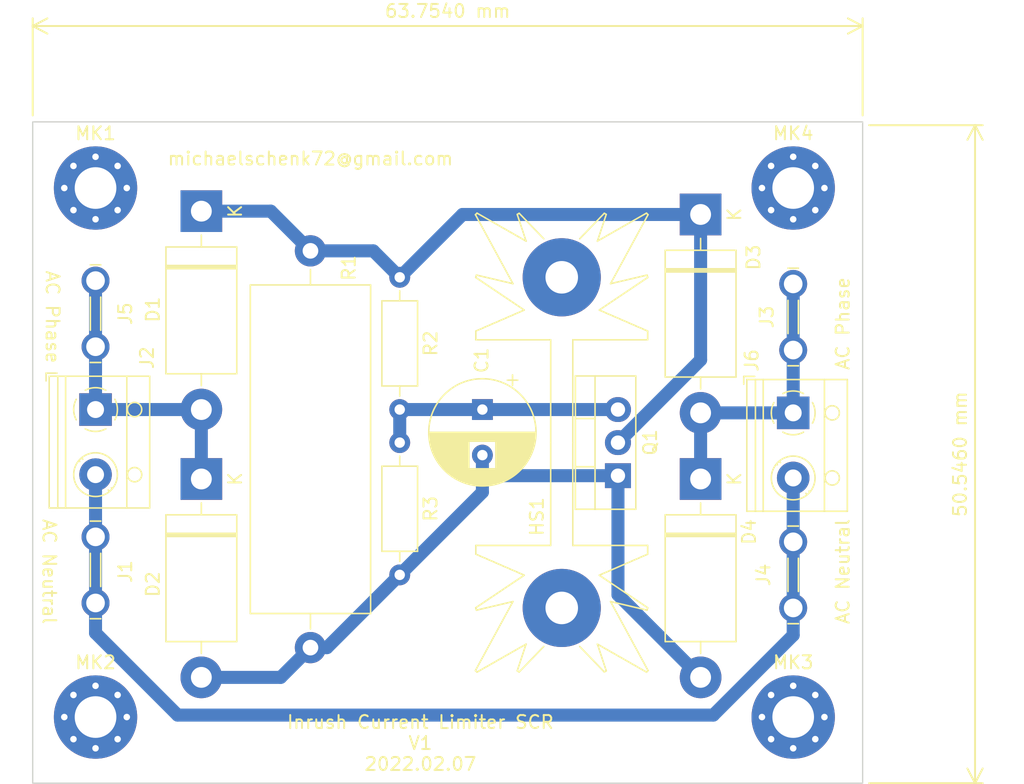
<source format=kicad_pcb>
(kicad_pcb (version 20211014) (generator pcbnew)
  (layers (0 "F.Cu" signal) (31 "B.Cu" signal) (34 "B.Paste" user) (35 "F.Paste" user) (36 "B.SilkS" user "B.Silkscreen") (37 "F.SilkS" user "F.Silkscreen") (38 "B.Mask" user) (39 "F.Mask" user) (44 "Edge.Cuts" user))
  (net 0 "")
  (net 1 "Net-(C1-Pad1)")
  (net 2 "Net-(C1-Pad2)")
  (net 3 "Net-(D1-Pad1)")
  (net 4 "Net-(D1-Pad2)")
  (net 5 "Net-(D3-Pad2)")
  (net 6 "Net-(J1-Pad1)")
  (footprint "Diode_THT:D_DO-201AD_P15.24mm_Horizontal" (layer "F.Cu") (at 131.826 83.312 -90)
    (fp_text reference "D4" (at 4.064 -3.72 90) (layer "F.SilkS"))
    (fp_text value "1N5404")
    (fp_text user "K" (at 0 -2.6 90) (layer "F.SilkS"))
    (fp_line (start 4.415 -2.72) (end 4.415 2.72) (layer "F.SilkS") (width 0.12))
    (fp_line (start 13.4 0) (end 12.49 0) (layer "F.SilkS") (width 0.12))
    (fp_line (start 12.49 -2.72) (end 2.75 -2.72) (layer "F.SilkS") (width 0.12))
    (fp_line (start 12.49 2.72) (end 12.49 -2.72) (layer "F.SilkS") (width 0.12))
    (fp_line (start 1.84 0) (end 2.75 0) (layer "F.SilkS") (width 0.12))
    (fp_line (start 4.175 -2.72) (end 4.175 2.72) (layer "F.SilkS") (width 0.12))
    (fp_line (start 4.295 -2.72) (end 4.295 2.72) (layer "F.SilkS") (width 0.12))
    (fp_line (start 2.75 -2.72) (end 2.75 2.72) (layer "F.SilkS") (width 0.12))
    (fp_line (start 2.75 2.72) (end 12.49 2.72) (layer "F.SilkS") (width 0.12))
    (pad "1" thru_hole rect (at 0 0 270) (size 3.2 3.2) (drill 1.6) (layers *.Cu *.Mask) (net 5 "Net-(D3-Pad2)"))
    (pad "2" thru_hole oval (at 15.24 0 270) (size 3.2 3.2) (drill 1.6) (layers *.Cu *.Mask) (net 2 "Net-(C1-Pad2)"))
  )
  (footprint "Resistor_THT:R_Axial_DIN0207_L6.3mm_D2.5mm_P10.16mm_Horizontal" (layer "F.Cu") (at 108.712 67.818 -90)
    (fp_text reference "R2" (at 5.08 -2.37 90) (layer "F.SilkS"))
    (fp_text value "910k")
    (fp_line (start 9.12 0) (end 8.35 0) (layer "F.SilkS") (width 0.12))
    (fp_line (start 1.04 0) (end 1.81 0) (layer "F.SilkS") (width 0.12))
    (fp_line (start 1.81 1.37) (end 8.35 1.37) (layer "F.SilkS") (width 0.12))
    (fp_line (start 1.81 -1.37) (end 1.81 1.37) (layer "F.SilkS") (width 0.12))
    (fp_line (start 8.35 -1.37) (end 1.81 -1.37) (layer "F.SilkS") (width 0.12))
    (fp_line (start 8.35 1.37) (end 8.35 -1.37) (layer "F.SilkS") (width 0.12))
    (pad "1" thru_hole circle (at 0 0 270) (size 1.6 1.6) (drill 0.8) (layers *.Cu *.Mask) (net 3 "Net-(D1-Pad1)"))
    (pad "2" thru_hole oval (at 10.16 0 270) (size 1.6 1.6) (drill 0.8) (layers *.Cu *.Mask) (net 1 "Net-(C1-Pad1)"))
  )
  (footprint "TerminalBlock_RND:TerminalBlock_RND_205-00012_1x02_P5.00mm_Horizontal" (layer "F.Cu") (at 85.344 77.978 -90)
    (fp_text reference "J2" (at -3.978 -3.956 90) (layer "F.SilkS"))
    (fp_text value "Screw_Terminal_01x02")
    (fp_line (start -2.8 3.8) (end -2.2 3.8) (layer "F.SilkS") (width 0.12))
    (fp_line (start -2.56 -2.4) (end 7.56 -2.4) (layer "F.SilkS") (width 0.12))
    (fp_line (start -2.56 2.9) (end 7.56 2.9) (layer "F.SilkS") (width 0.12))
    (fp_line (start 6.275 -1.069) (end 6.181 -0.976) (layer "F.SilkS") (width 0.12))
    (fp_line (start -2.56 3.561) (end 7.56 3.561) (layer "F.SilkS") (width 0.12))
    (fp_line (start -2.56 -4.16) (end -2.56 3.561) (layer "F.SilkS") (width 0.12))
    (fp_line (start -2.8 2.96) (end -2.8 3.8) (layer "F.SilkS") (width 0.12))
    (fp_line (start -2.56 -4.16) (end 7.56 -4.16) (layer "F.SilkS") (width 0.12))
    (fp_line (start 7.56 -4.16) (end 7.56 3.561) (layer "F.SilkS") (width 0.12))
    (fp_line (start 3.99 1.216) (end 3.931 1.274) (layer "F.SilkS") (width 0.12))
    (fp_line (start -2.56 2.3) (end 7.56 2.3) (layer "F.SilkS") (width 0.12))
    (fp_line (start 3.82 0.976) (end 3.726 1.069) (layer "F.SilkS") (width 0.12))
    (fp_line (start 6.07 -1.275) (end 6.011 -1.216) (layer "F.SilkS") (width 0.12))
    (fp_arc (start -0.789089 -1.483953) (mid -0.00005 -1.680708) (end 0.789 -1.484) (layer "F.SilkS") (width 0.12))
    (fp_arc (start 1.483953 -0.789089) (mid 1.680708 -0.00005) (end 1.484 0.789) (layer "F.SilkS") (width 0.12))
    (fp_arc (start -1.483953 0.789089) (mid -1.680708 0.00005) (end -1.484 -0.789) (layer "F.SilkS") (width 0.12))
    (fp_arc (start 0.788712 1.483352) (mid 0.406429 1.630097) (end 0 1.68) (layer "F.SilkS") (width 0.12))
    (fp_arc (start 0.029383 1.68045) (mid -0.392304 1.634281) (end -0.789 1.484) (layer "F.SilkS") (width 0.12))
    (fp_circle (center 5 0) (end 6.68 0) (layer "F.SilkS") (width 0.12) (fill none))
    (fp_circle (center 5 -3) (end 5.55 -3) (layer "F.SilkS") (width 0.12) (fill none))
    (fp_circle (center 0 -3) (end 0.55 -3) (layer "F.SilkS") (width 0.12) (fill none))
    (pad "1" thru_hole rect (at 0 0 270) (size 2.5 2.5) (drill 1.3) (layers *.Cu *.Mask) (net 4 "Net-(D1-Pad2)"))
    (pad "2" thru_hole circle (at 5 0 270) (size 2.5 2.5) (drill 1.3) (layers *.Cu *.Mask) (net 6 "Net-(J1-Pad1)"))
  )
  (footprint "kicad-snk:TE_62409-1" (layer "F.Cu") (at 138.938 90.678 90)
    (fp_text reference "J4" (at 0 -2.286 90) (layer "F.SilkS") (effects (font (size 1.001661 1.001661))))
    (fp_text value "Conn_01x02")
    (fp_line (start 3.75 -0.4) (end 3.75 0.4) (layer "F.SilkS") (width 0.127))
    (fp_line (start -1.27 0.4) (end 1.27 0.4) (layer "F.SilkS") (width 0.127))
    (fp_line (start -3.75 -0.4) (end -3.75 0.4) (layer "F.SilkS") (width 0.127))
    (fp_line (start -1.27 -0.4) (end 1.27 -0.4) (layer "F.SilkS") (width 0.127))
    (pad "1" thru_hole circle (at -2.54 0 90) (size 2.145 2.145) (drill 1.43) (layers *.Cu *.Mask) (net 6 "Net-(J1-Pad1)"))
    (pad "2" thru_hole circle (at 2.54 0 90) (size 2.145 2.145) (drill 1.43) (layers *.Cu *.Mask) (net 6 "Net-(J1-Pad1)"))
  )
  (footprint "kicad-snk:TE_62409-1" (layer "F.Cu") (at 85.344 90.297 -90)
    (fp_text reference "J1" (at 0.127 -2.286 90) (layer "F.SilkS") (effects (font (size 1.001661 1.001661))))
    (fp_text value "Conn_01x02")
    (fp_line (start -1.27 0.4) (end 1.27 0.4) (layer "F.SilkS") (width 0.127))
    (fp_line (start -1.27 -0.4) (end 1.27 -0.4) (layer "F.SilkS") (width 0.127))
    (fp_line (start 3.75 -0.4) (end 3.75 0.4) (layer "F.SilkS") (width 0.127))
    (fp_line (start -3.75 -0.4) (end -3.75 0.4) (layer "F.SilkS") (width 0.127))
    (pad "1" thru_hole circle (at -2.54 0 270) (size 2.145 2.145) (drill 1.43) (layers *.Cu *.Mask) (net 6 "Net-(J1-Pad1)"))
    (pad "2" thru_hole circle (at 2.54 0 270) (size 2.145 2.145) (drill 1.43) (layers *.Cu *.Mask) (net 6 "Net-(J1-Pad1)"))
  )
  (footprint "kicad-snk:TE_62409-1" (layer "F.Cu") (at 138.938 70.866 -90)
    (fp_text reference "J3" (at 0 2.032 90) (layer "F.SilkS") (effects (font (size 1.001661 1.001661))))
    (fp_text value "Conn_01x02")
    (fp_line (start 3.75 -0.4) (end 3.75 0.4) (layer "F.SilkS") (width 0.127))
    (fp_line (start -3.75 -0.4) (end -3.75 0.4) (layer "F.SilkS") (width 0.127))
    (fp_line (start -1.27 -0.4) (end 1.27 -0.4) (layer "F.SilkS") (width 0.127))
    (fp_line (start -1.27 0.4) (end 1.27 0.4) (layer "F.SilkS") (width 0.127))
    (pad "1" thru_hole circle (at -2.54 0 270) (size 2.145 2.145) (drill 1.43) (layers *.Cu *.Mask) (net 5 "Net-(D3-Pad2)"))
    (pad "2" thru_hole circle (at 2.54 0 270) (size 2.145 2.145) (drill 1.43) (layers *.Cu *.Mask) (net 5 "Net-(D3-Pad2)"))
  )
  (footprint "MountingHole:MountingHole_3.2mm_M3_Pad_Via" (layer "F.Cu") (at 85.344 60.96)
    (fp_text reference "MK1" (at 0 -4.2) (layer "F.SilkS"))
    (fp_text value "Mounting_Hole_PAD")
    (pad "1" thru_hole circle (at 0 2.4) (size 0.8 0.8) (drill 0.5) (layers *.Cu *.Mask))
    (pad "1" thru_hole circle (at -2.4 0) (size 0.8 0.8) (drill 0.5) (layers *.Cu *.Mask))
    (pad "1" thru_hole circle (at 0 0) (size 6.4 6.4) (drill 3.2) (layers *.Cu *.Mask))
    (pad "1" thru_hole circle (at -1.697056 1.697056) (size 0.8 0.8) (drill 0.5) (layers *.Cu *.Mask))
    (pad "1" thru_hole circle (at 0 -2.4) (size 0.8 0.8) (drill 0.5) (layers *.Cu *.Mask))
    (pad "1" thru_hole circle (at 1.697056 1.697056) (size 0.8 0.8) (drill 0.5) (layers *.Cu *.Mask))
    (pad "1" thru_hole circle (at 1.697056 -1.697056) (size 0.8 0.8) (drill 0.5) (layers *.Cu *.Mask))
    (pad "1" thru_hole circle (at -1.697056 -1.697056) (size 0.8 0.8) (drill 0.5) (layers *.Cu *.Mask))
    (pad "1" thru_hole circle (at 2.4 0) (size 0.8 0.8) (drill 0.5) (layers *.Cu *.Mask))
  )
  (footprint "Package_TO_SOT_THT:TO-220-3_Vertical" (layer "F.Cu") (at 125.476 83.058 90)
    (fp_text reference "Q1" (at 2.558 2.474 90) (layer "F.SilkS"))
    (fp_text value "S6010RS2TP")
    (fp_line (start 4.391 -3.27) (end 4.391 -1.76) (layer "F.SilkS") (width 0.12))
    (fp_line (start -2.58 -1.76) (end 7.66 -1.76) (layer "F.SilkS") (width 0.12))
    (fp_line (start 0.69 -3.27) (end 0.69 -1.76) (layer "F.SilkS") (width 0.12))
    (fp_line (start -2.58 -3.27) (end -2.58 1.371) (layer "F.SilkS") (width 0.12))
    (fp_line (start 7.66 -3.27) (end 7.66 1.371) (layer "F.SilkS") (width 0.12))
    (fp_line (start -2.58 -3.27) (end 7.66 -3.27) (layer "F.SilkS") (width 0.12))
    (fp_line (start -2.58 1.371) (end 7.66 1.371) (layer "F.SilkS") (width 0.12))
    (pad "1" thru_hole rect (at 0 0 90) (size 1.905 2) (drill 1.1) (layers *.Cu *.Mask) (net 2 "Net-(C1-Pad2)"))
    (pad "2" thru_hole oval (at 2.54 0 90) (size 1.905 2) (drill 1.1) (layers *.Cu *.Mask) (net 3 "Net-(D1-Pad1)"))
    (pad "3" thru_hole oval (at 5.08 0 90) (size 1.905 2) (drill 1.1) (layers *.Cu *.Mask) (net 1 "Net-(C1-Pad1)"))
  )
  (footprint "TerminalBlock_RND:TerminalBlock_RND_205-00012_1x02_P5.00mm_Horizontal" (layer "F.Cu") (at 138.938 78.232 -90)
    (fp_text reference "J6" (at -4.032 3.188 90) (layer "F.SilkS"))
    (fp_text value "Screw_Terminal_01x02")
    (fp_line (start -2.56 -4.16) (end -2.56 3.561) (layer "F.SilkS") (width 0.12))
    (fp_line (start 6.275 -1.069) (end 6.181 -0.976) (layer "F.SilkS") (width 0.12))
    (fp_line (start 3.82 0.976) (end 3.726 1.069) (layer "F.SilkS") (width 0.12))
    (fp_line (start -2.56 3.561) (end 7.56 3.561) (layer "F.SilkS") (width 0.12))
    (fp_line (start 7.56 -4.16) (end 7.56 3.561) (layer "F.SilkS") (width 0.12))
    (fp_line (start -2.8 3.8) (end -2.2 3.8) (layer "F.SilkS") (width 0.12))
    (fp_line (start -2.56 -4.16) (end 7.56 -4.16) (layer "F.SilkS") (width 0.12))
    (fp_line (start -2.56 -2.4) (end 7.56 -2.4) (layer "F.SilkS") (width 0.12))
    (fp_line (start -2.56 2.9) (end 7.56 2.9) (layer "F.SilkS") (width 0.12))
    (fp_line (start -2.56 2.3) (end 7.56 2.3) (layer "F.SilkS") (width 0.12))
    (fp_line (start 6.07 -1.275) (end 6.011 -1.216) (layer "F.SilkS") (width 0.12))
    (fp_line (start -2.8 2.96) (end -2.8 3.8) (layer "F.SilkS") (width 0.12))
    (fp_line (start 3.99 1.216) (end 3.931 1.274) (layer "F.SilkS") (width 0.12))
    (fp_arc (start 1.483953 -0.789089) (mid 1.680708 -0.00005) (end 1.484 0.789) (layer "F.SilkS") (width 0.12))
    (fp_arc (start -1.483953 0.789089) (mid -1.680708 0.00005) (end -1.484 -0.789) (layer "F.SilkS") (width 0.12))
    (fp_arc (start 0.788712 1.483352) (mid 0.406429 1.630097) (end 0 1.68) (layer "F.SilkS") (width 0.12))
    (fp_arc (start -0.789089 -1.483953) (mid -0.00005 -1.680708) (end 0.789 -1.484) (layer "F.SilkS") (width 0.12))
    (fp_arc (start 0.029383 1.68045) (mid -0.392304 1.634281) (end -0.789 1.484) (layer "F.SilkS") (width 0.12))
    (fp_circle (center 5 -3) (end 5.55 -3) (layer "F.SilkS") (width 0.12) (fill none))
    (fp_circle (center 0 -3) (end 0.55 -3) (layer "F.SilkS") (width 0.12) (fill none))
    (fp_circle (center 5 0) (end 6.68 0) (layer "F.SilkS") (width 0.12) (fill none))
    (pad "1" thru_hole rect (at 0 0 270) (size 2.5 2.5) (drill 1.3) (layers *.Cu *.Mask) (net 5 "Net-(D3-Pad2)"))
    (pad "2" thru_hole circle (at 5 0 270) (size 2.5 2.5) (drill 1.3) (layers *.Cu *.Mask) (net 6 "Net-(J1-Pad1)"))
  )
  (footprint "MountingHole:MountingHole_3.2mm_M3_Pad_Via" (layer "F.Cu") (at 138.938 60.96)
    (fp_text reference "MK4" (at 0 -4.2) (layer "F.SilkS"))
    (fp_text value "Mounting_Hole_PAD")
    (pad "1" thru_hole circle (at -1.697056 -1.697056) (size 0.8 0.8) (drill 0.5) (layers *.Cu *.Mask))
    (pad "1" thru_hole circle (at 0 2.4) (size 0.8 0.8) (drill 0.5) (layers *.Cu *.Mask))
    (pad "1" thru_hole circle (at 2.4 0) (size 0.8 0.8) (drill 0.5) (layers *.Cu *.Mask))
    (pad "1" thru_hole circle (at -2.4 0) (size 0.8 0.8) (drill 0.5) (layers *.Cu *.Mask))
    (pad "1" thru_hole circle (at -1.697056 1.697056) (size 0.8 0.8) (drill 0.5) (layers *.Cu *.Mask))
    (pad "1" thru_hole circle (at 1.697056 1.697056) (size 0.8 0.8) (drill 0.5) (layers *.Cu *.Mask))
    (pad "1" thru_hole circle (at 0 -2.4) (size 0.8 0.8) (drill 0.5) (layers *.Cu *.Mask))
    (pad "1" thru_hole circle (at 0 0) (size 6.4 6.4) (drill 3.2) (layers *.Cu *.Mask))
    (pad "1" thru_hole circle (at 1.697056 -1.697056) (size 0.8 0.8) (drill 0.5) (layers *.Cu *.Mask))
  )
  (footprint "Diode_THT:D_DO-201AD_P15.24mm_Horizontal" (layer "F.Cu") (at 93.472 62.738 -90)
    (fp_text reference "D1" (at 7.562 3.722 90) (layer "F.SilkS"))
    (fp_text value "1N5404")
    (fp_text user "K" (at 0 -2.6 90) (layer "F.SilkS"))
    (fp_line (start 2.75 2.72) (end 12.49 2.72) (layer "F.SilkS") (width 0.12))
    (fp_line (start 13.4 0) (end 12.49 0) (layer "F.SilkS") (width 0.12))
    (fp_line (start 1.84 0) (end 2.75 0) (layer "F.SilkS") (width 0.12))
    (fp_line (start 12.49 2.72) (end 12.49 -2.72) (layer "F.SilkS") (width 0.12))
    (fp_line (start 4.295 -2.72) (end 4.295 2.72) (layer "F.SilkS") (width 0.12))
    (fp_line (start 4.415 -2.72) (end 4.415 2.72) (layer "F.SilkS") (width 0.12))
    (fp_line (start 4.175 -2.72) (end 4.175 2.72) (layer "F.SilkS") (width 0.12))
    (fp_line (start 2.75 -2.72) (end 2.75 2.72) (layer "F.SilkS") (width 0.12))
    (fp_line (start 12.49 -2.72) (end 2.75 -2.72) (layer "F.SilkS") (width 0.12))
    (pad "1" thru_hole rect (at 0 0 270) (size 3.2 3.2) (drill 1.6) (layers *.Cu *.Mask) (net 3 "Net-(D1-Pad1)"))
    (pad "2" thru_hole oval (at 15.24 0 270) (size 3.2 3.2) (drill 1.6) (layers *.Cu *.Mask) (net 4 "Net-(D1-Pad2)"))
  )
  (footprint "Capacitor_THT:CP_Radial_D8.0mm_P3.50mm" (layer "F.Cu") (at 115.062 77.978 -90)
    (fp_text reference "C1" (at -3.778 0.062 90) (layer "F.SilkS"))
    (fp_text value "100uF/50V")
    (fp_line (start 3.911 -3.469) (end 3.911 -1.04) (layer "F.SilkS") (width 0.12))
    (fp_line (start 3.071 1.04) (end 3.071 3.863) (layer "F.SilkS") (width 0.12))
    (fp_line (start 2.39 -4.03) (end 2.39 4.03) (layer "F.SilkS") (width 0.12))
    (fp_line (start 4.231 -3.25) (end 4.231 -1.04) (layer "F.SilkS") (width 0.12))
    (fp_line (start 4.711 -2.826) (end 4.711 2.826) (layer "F.SilkS") (width 0.12))
    (fp_line (start 4.111 -3.338) (end 4.111 -1.04) (layer "F.SilkS") (width 0.12))
    (fp_line (start 2.631 -3.985) (end 2.631 -1.04) (layer "F.SilkS") (width 0.12))
    (fp_line (start 5.271 -2.102) (end 5.271 2.102) (layer "F.SilkS") (width 0.12))
    (fp_line (start 5.511 -1.645) (end 5.511 1.645) (layer "F.SilkS") (width 0.12))
    (fp_line (start 2.631 1.04) (end 2.631 3.985) (layer "F.SilkS") (width 0.12))
    (fp_line (start 2.671 -3.976) (end 2.671 -1.04) (layer "F.SilkS") (width 0.12))
    (fp_line (start 3.711 -3.584) (end 3.711 -1.04) (layer "F.SilkS") (width 0.12))
    (fp_line (start 5.191 -2.228) (end 5.191 2.228) (layer "F.SilkS") (width 0.12))
    (fp_line (start 3.351 -3.757) (end 3.351 -1.04) (layer "F.SilkS") (width 0.12))
    (fp_line (start 3.831 1.04) (end 3.831 3.517) (layer "F.SilkS") (width 0.12))
    (fp_line (start 4.671 -2.867) (end 4.671 2.867) (layer "F.SilkS") (width 0.12))
    (fp_line (start 3.271 1.04) (end 3.271 3.79) (layer "F.SilkS") (width 0.12))
    (fp_line (start 4.271 -3.22) (end 4.271 -1.04) (layer "F.SilkS") (width 0.12))
    (fp_line (start 5.551 -1.552) (end 5.551 1.552) (layer "F.SilkS") (width 0.12))
    (fp_line (start 3.591 -3.647) (end 3.591 -1.04) (layer "F.SilkS") (width 0.12))
    (fp_line (start 4.351 -3.156) (end 4.351 -1.04) (layer "F.SilkS") (width 0.12))
    (fp_line (start 2.671 1.04) (end 2.671 3.976) (layer "F.SilkS") (width 0.12))
    (fp_line (start 3.071 -3.863) (end 3.071 -1.04) (layer "F.SilkS") (width 0.12))
    (fp_line (start 3.951 1.04) (end 3.951 3.444) (layer "F.SilkS") (width 0.12))
    (fp_line (start 2.23 -4.052) (end 2.23 4.052) (layer "F.SilkS") (width 0.12))
    (fp_line (start 5.631 -1.346) (end 5.631 1.346) (layer "F.SilkS") (width 0.12))
    (fp_line (start 3.391 1.04) (end 3.391 3.74) (layer "F.SilkS") (width 0.12))
    (fp_line (start 2.711 1.04) (end 2.711 3.967) (layer "F.SilkS") (width 0.12))
    (fp_line (start 4.071 -3.365) (end 4.071 -1.04) (layer "F.SilkS") (width 0.12))
    (fp_line (start 2.15 -4.061) (end 2.15 4.061) (layer "F.SilkS") (width 0.12))
    (fp_line (start 2.791 1.04) (end 2.791 3.947) (layer "F.SilkS") (width 0.12))
    (fp_line (start 2.751 1.04) (end 2.751 3.957) (layer "F.SilkS") (width 0.12))
    (fp_line (start 4.431 -3.09) (end 4.431 -1.04) (layer "F.SilkS") (width 0.12))
    (fp_line (start 5.031 -2.454) (end 5.031 2.454) (layer "F.SilkS") (width 0.12))
    (fp_line (start 3.791 -3.54) (end 3.791 -1.04) (layer "F.SilkS") (width 0.12))
    (fp_line (start 5.071 -2.4) (end 5.071 2.4) (layer "F.SilkS") (width 0.12))
    (fp_line (start 2.911 1.04) (end 2.911 3.914) (layer "F.SilkS") (width 0.12))
    (fp_line (start 3.111 1.04) (end 3.111 3.85) (layer "F.SilkS") (width 0.12))
    (fp_line (start 3.591 1.04) (end 3.591 3.647) (layer "F.SilkS") (width 0.12))
    (fp_line (start 3.511 1.04) (end 3.511 3.686) (layer "F.SilkS") (width 0.12))
    (fp_line (start 2.35 -4.037) (end 2.35 4.037) (layer "F.SilkS") (width 0.12))
    (fp_line (start 4.111 1.04) (end 4.111 3.338) (layer "F.SilkS") (width 0.12))
    (fp_line (start 2.871 -3.925) (end 2.871 -1.04) (layer "F.SilkS") (width 0.12))
    (fp_line (start 3.991 -3.418) (end 3.991 -1.04) (layer "F.SilkS") (width 0.12))
    (fp_line (start 1.87 -4.079) (end 1.87 4.079) (layer "F.SilkS") (width 0.12))
    (fp_line (start 4.471 -3.055) (end 4.471 -1.04) (layer "F.SilkS") (width 0.12))
    (fp_line (start 5.671 -1.229) (end 5.671 1.229) (layer "F.SilkS") (width 0.12))
    (fp_line (start 3.151 1.04) (end 3.151 3.835) (layer "F.SilkS") (width 0.12))
    (fp_line (start 5.471 -1.731) (end 5.471 1.731) (layer "F.SilkS") (width 0.12))
    (fp_line (start 2.551 -4.002) (end 2.551 -1.04) (layer "F.SilkS") (width 0.12))
    (fp_line (start 2.951 1.04) (end 2.951 3.902) (layer "F.SilkS") (width 0.12))
    (fp_line (start 4.311 -3.189) (end 4.311 -1.04) (layer "F.SilkS") (width 0.12))
    (fp_line (start 3.911 1.04) (end 3.911 3.469) (layer "F.SilkS") (width 0.12))
    (fp_line (start 2.07 -4.068) (end 2.07 4.068) (layer "F.SilkS") (width 0.12))
    (fp_line (start 4.511 -3.019) (end 4.511 -1.04) (layer "F.SilkS") (width 0.12))
    (fp_line (start 4.831 -2.697) (end 4.831 2.697) (layer "F.SilkS") (width 0.12))
    (fp_line (start 5.151 -2.287) (end 5.151 2.287) (layer "F.SilkS") (width 0.12))
    (fp_line (start 2.11 -4.065) (end 2.11 4.065) (layer "F.SilkS") (width 0.12))
    (fp_line (start 3.671 -3.606) (end 3.671 -1.04) (layer "F.SilkS") (width 0.12))
    (fp_line (start 4.631 -2.907) (end 4.631 2.907) (layer "F.SilkS") (width 0.12))
    (fp_line (start 5.751 -0.948) (end 5.751 0.948) (layer "F.SilkS") (width 0.12))
    (fp_line (start 3.631 1.04) (end 3.631 3.627) (layer "F.SilkS") (width 0.12))
    (fp_line (start 3.431 -3.722) (end 3.431 -1.04) (layer "F.SilkS") (width 0.12))
    (fp_line (start 4.071 1.04) (end 4.071 3.365) (layer "F.SilkS") (width 0.12))
    (fp_line (start 1.95 -4.076) (end 1.95 4.076) (layer "F.SilkS") (width 0.12))
    (fp_line (start 3.111 -3.85) (end 3.111 -1.04) (layer "F.SilkS") (width 0.12))
    (fp_line (start 2.471 -4.017) (end 2.471 -1.04) (layer "F.SilkS") (width 0.12))
    (fp_line (start 2.831 -3.936) (end 2.831 -1.04) (layer "F.SilkS") (width 0.12))
    (fp_line (start 3.471 -3.704) (end 3.471 -1.04) (layer "F.SilkS") (width 0.12))
    (fp_line (start 3.311 -3.774) (end 3.311 -1.04) (layer "F.SilkS") (width 0.12))
    (fp_line (start 3.631 -3.627) (end 3.631 -1.04) (layer "F.SilkS") (width 0.12))
    (fp_line (start 4.431 1.04) (end 4.431 3.09) (layer "F.SilkS") (width 0.12))
    (fp_line (start 4.951 -2.556) (end 4.951 2.556) (layer "F.SilkS") (width 0.12))
    (fp_line (start 1.91 -4.077) (end 1.91 4.077) (layer "F.SilkS") (width 0.12))
    (fp_line (start 3.151 -3.835) (end 3.151 -1.04) (layer "F.SilkS") (width 0.12))
    (fp_line (start 3.551 -3.666) (end 3.551 -1.04) (layer "F.SilkS") (width 0.12))
    (fp_line (start 3.871 1.04) (end 3.871 3.493) (layer "F.SilkS") (width 0.12))
    (fp_line (start 3.191 1.04) (end 3.191 3.821) (layer "F.SilkS") (width 0.12))
    (fp_line (start 4.511 1.04) (end 4.511 3.019) (layer "F.SilkS") (width 0.12))
    (fp_line (start 2.991 1.04) (end 2.991 3.889) (layer "F.SilkS") (width 0.12))
    (fp_line (start 3.231 -3.805) (end 3.231 -1.04) (layer "F.SilkS") (width 0.12))
    (fp_line (start 2.511 1.04) (end 2.511 4.01) (layer "F.SilkS") (width 0.12))
    (fp_line (start 5.391 -1.89) (end 5.391 1.89) (layer "F.SilkS") (width 0.12))
    (fp_line (start 5.591 -1.453) (end 5.591 1.453) (layer "F.SilkS") (width 0.12))
    (fp_line (start 3.391 -3.74) (end 3.391 -1.04) (layer "F.SilkS") (width 0.12))
    (fp_line (start 4.871 -2.651) (end 4.871 2.651) (layer "F.SilkS") (width 0.12))
    (fp_line (start 2.871 1.04) (end 2.871 3.925) (layer "F.SilkS") (width 0.12))
    (fp_line (start 3.231 1.04) (end 3.231 3.805) (layer "F.SilkS") (width 0.12))
    (fp_line (start 5.431 -1.813) (end 5.431 1.813) (layer "F.SilkS") (width 0.12))
    (fp_line (start 4.151 -3.309) (end 4.151 -1.04) (layer "F.SilkS") (width 0.12))
    (fp_line (start 3.271 -3.79) (end 3.271 -1.04) (layer "F.SilkS") (width 0.12))
    (fp_line (start 3.031 1.04) (end 3.031 3.877) (layer "F.SilkS") (width 0.12))
    (fp_line (start 2.27 -4.048) (end 2.27 4.048) (layer "F.SilkS") (width 0.12))
    (fp_line (start 2.03 -4.071) (end 2.03 4.071) (layer "F.SilkS") (width 0.12))
    (fp_line (start 2.551 1.04) (end 2.551 4.002) (layer "F.SilkS") (width 0.12))
    (fp_line (start 5.791 -0.768) (end 5.791 0.768) (layer "F.SilkS") (width 0.12))
    (fp_line (start 3.431 1.04) (end 3.431 3.722) (layer "F.SilkS") (width 0.12))
    (fp_line (start 4.191 1.04) (end 4.191 3.28) (layer "F.SilkS") (width 0.12))
    (fp_line (start 4.031 1.04) (end 4.031 3.392) (layer "F.SilkS") (width 0.12))
    (fp_line (start 3.951 -3.444) (end 3.951 -1.04) (layer "F.SilkS") (width 0.12))
    (fp_line (start 4.031 -3.392) (end 4.031 -1.04) (layer "F.SilkS") (width 0.12))
    (fp_line (start 2.751 -3.957) (end 2.751 -1.04) (layer "F.SilkS") (width 0.12))
    (fp_line (start 4.751 -2.784) (end 4.751 2.784) (layer "F.SilkS") (width 0.12))
    (fp_line (start 3.671 1.04) (end 3.671 3.606) (layer "F.SilkS") (width 0.12))
    (fp_line (start 3.711 1.04) (end 3.711 3.584) (layer "F.SilkS") (width 0.12))
    (fp_line (start -2.659698 -2.315) (end -1.859698 -2.315) (layer "F.SilkS") (width 0.12))
    (fp_line (start 3.991 1.04) (end 3.991 3.418) (layer "F.SilkS") (width 0.12))
    (fp_line (start 4.911 -2.604) (end 4.911 2.604) (layer "F.SilkS") (width 0.12))
    (fp_line (start 2.951 -3.902) (end 2.951 -1.04) (layer "F.SilkS") (width 0.12))
    (fp_line (start 5.311 -2.034) (end 5.311 2.034) (layer "F.SilkS") (width 0.12))
    (fp_line (start 2.43 -4.024) (end 2.43 4.024) (layer "F.SilkS") (width 0.12))
    (fp_line (start 3.751 1.04) (end 3.751 3.562) (layer "F.SilkS") (width 0.12))
    (fp_line (start 4.391 1.04) (end 4.391 3.124) (layer "F.SilkS") (width 0.12))
    (fp_line (start 1.75 -4.08) (end 1.75 4.08) (layer "F.SilkS") (width 0.12))
    (fp_line (start 2.831 1.04) (end 2.831 3.936) (layer "F.SilkS") (width 0.12))
    (fp_line (start 2.19 -4.057) (end 2.19 4.057) (layer "F.SilkS") (width 0.12))
    (fp_line (start 5.231 -2.166) (end 5.231 2.166) (layer "F.SilkS") (width 0.12))
    (fp_line (start 2.591 -3.994) (end 2.591 -1.04) (layer "F.SilkS") (width 0.12))
    (fp_line (start 1.99 -4.074) (end 1.99 4.074) (layer "F.SilkS") (width 0.12))
    (fp_line (start 3.511 -3.686) (end 3.511 -1.04) (layer "F.SilkS") (width 0.12))
    (fp_line (start 5.111 -2.345) (end 5.111 2.345) (layer "F.SilkS") (width 0.12))
    (fp_line (start 4.791 -2.741) (end 4.791 2.741) (layer "F.SilkS") (width 0.12))
    (fp_line (start 2.791 -3.947) (end 2.791 -1.04) (layer "F.SilkS") (width 0.12))
    (fp_line (start 2.711 -3.967) (end 2.711 -1.04) (layer "F.SilkS") (width 0.12))
    (fp_line (start 5.831 -0.533) (end 5.831 0.533) (layer "F.SilkS") (width 0.12))
    (fp_line (start 3.831 -3.517) (end 3.831 -1.04) (layer "F.SilkS") (width 0.12))
    (fp_line (start 3.471 1.04) (end 3.471 3.704) (layer "F.SilkS") (width 0.12))
    (fp_line (start 3.351 1.04) (end 3.351 3.757) (layer "F.SilkS") (width 0.12))
    (fp_line (start 4.551 -2.983) (end 4.551 2.983) (layer "F.SilkS") (width 0.12))
    (fp_line (start 4.991 -2.505) (end 4.991 2.505) (layer "F.SilkS") (width 0.12))
    (fp_line (start 3.311 1.04) (end 3.311 3.774) (layer "F.SilkS") (width 0.12))
    (fp_line (start 2.511 -4.01) (end 2.511 -1.04) (layer "F.SilkS") (width 0.12))
    (fp_line (start 1.83 -4.08) (end 1.83 4.08) (layer "F.SilkS") (width 0.12))
    (fp_line (start 4.271 1.04) (end 4.271 3.22) (layer "F.SilkS") (width 0.12))
    (fp_line (start 3.031 -3.877) (end 3.031 -1.04) (layer "F.SilkS") (width 0.12))
    (fp_line (start 4.151 1.04) (end 4.151 3.309) (layer "F.SilkS") (width 0.12))
    (fp_line (start 2.471 1.04) (end 2.471 4.017) (layer "F.SilkS") (width 0.12))
    (fp_line (start 3.551 1.04) (end 3.551 3.666) (layer "F.SilkS") (width 0.12))
    (fp_line (start 4.231 1.04) (end 4.231 3.25) (layer "F.SilkS") (width 0.12))
    (fp_line (start 3.191 -3.821) (end 3.191 -1.04) (layer "F.SilkS") (width 0.12))
    (fp_line (start 3.791 1.04) (end 3.791 3.54) (layer "F.SilkS") (width 0.12))
    (fp_line (start 1.79 -4.08) (end 1.79 4.08) (layer "F.SilkS") (width 0.12))
    (fp_line (start 4.191 -3.28) (end 4.191 -1.04) (layer "F.SilkS") (width 0.12))
    (fp_line (start 2.911 -3.914) (end 2.911 -1.04) (layer "F.SilkS") (width 0.12))
    (fp_line (start 2.591 1.04) (end 2.591 3.994) (layer "F.SilkS") (width 0.12))
    (fp_line (start -2.259698 -2.715) (end -2.259698 -1.915) (layer "F.SilkS") (width 0.12))
    (fp_line (start 2.991 -3.889) (end 2.991 -1.04) (layer "F.SilkS") (width 0.12))
    (fp_line (start 4.591 -2.945) (end 4.591 2.945) (layer "F.SilkS") (width 0.12))
    (fp_line (start 2.31 -4.042) (end 2.31 4.042) (layer "F.SilkS") (width 0.12))
    (fp_line (start 3.871 -3.493) (end 3.871 -1.04) (layer "F.SilkS") (width 0.12))
    (fp_line (start 5.711 -1.098) (end 5.711 1.098) (layer "F.SilkS") (width 0.12))
    (fp_line (start 4.471 1.04) (end 4.471 3.055) (layer "F.SilkS") (width 0.12))
    (fp_line (start 3.751 -3.562) (end 3.751 -1.04) (layer "F.SilkS") (width 0.12))
    (fp_line (start 4.311 1.04) (end 4.311 3.189) (layer "F.SilkS") (width 0.12))
    (fp_line (start 5.351 -1.964) (end 5.351 1.964) (layer "F.SilkS") (width 0.12))
    (fp_line (start 4.391 -3.124) (end 4.391 -1.04) (layer "F.SilkS") (width 0.12))
    (fp_line (start 4.351 1.04) (end 4.351 3.156) (layer "F.SilkS") (width 0.12))
    (fp_circle (center 1.75 0) (end 5.87 0) (layer "F.SilkS") (width 0.12) (fill none))
    (pad "1" thru_hole rect (at 0 0 270) (size 1.6 1.6) (drill 0.8) (layers *.Cu *.Mask) (net 1 "Net-(C1-Pad1)"))
    (pad "2" thru_hole circle (at 3.5 0 270) (size 1.6 1.6) (drill 0.8) (layers *.Cu *.Mask) (net 2 "Net-(C1-Pad2)"))
  )
  (footprint "Resistor_THT:R_Axial_DIN0207_L6.3mm_D2.5mm_P10.16mm_Horizontal" (layer "F.Cu") (at 108.712 80.518 -90)
    (fp_text reference "R3" (at 5.08 -2.37 90) (layer "F.SilkS"))
    (fp_text value "69k")
    (fp_line (start 8.35 -1.37) (end 1.81 -1.37) (layer "F.SilkS") (width 0.12))
    (fp_line (start 1.04 0) (end 1.81 0) (layer "F.SilkS") (width 0.12))
    (fp_line (start 1.81 1.37) (end 8.35 1.37) (layer "F.SilkS") (width 0.12))
    (fp_line (start 1.81 -1.37) (end 1.81 1.37) (layer "F.SilkS") (width 0.12))
    (fp_line (start 8.35 1.37) (end 8.35 -1.37) (layer "F.SilkS") (width 0.12))
    (fp_line (start 9.12 0) (end 8.35 0) (layer "F.SilkS") (width 0.12))
    (pad "1" thru_hole circle (at 0 0 270) (size 1.6 1.6) (drill 0.8) (layers *.Cu *.Mask) (net 1 "Net-(C1-Pad1)"))
    (pad "2" thru_hole oval (at 10.16 0 270) (size 1.6 1.6) (drill 0.8) (layers *.Cu *.Mask) (net 2 "Net-(C1-Pad2)"))
  )
  (footprint "Diode_THT:D_DO-201AD_P15.24mm_Horizontal" (layer "F.Cu") (at 131.826 62.992 -90)
    (fp_text reference "D3" (at 3.302 -4.064 90) (layer "F.SilkS"))
    (fp_text value "1N5404")
    (fp_text user "K" (at 0 -2.6 90) (layer "F.SilkS"))
    (fp_line (start 2.75 -2.72) (end 2.75 2.72) (layer "F.SilkS") (width 0.12))
    (fp_line (start 12.49 2.72) (end 12.49 -2.72) (layer "F.SilkS") (width 0.12))
    (fp_line (start 4.295 -2.72) (end 4.295 2.72) (layer "F.SilkS") (width 0.12))
    (fp_line (start 4.415 -2.72) (end 4.415 2.72) (layer "F.SilkS") (width 0.12))
    (fp_line (start 12.49 -2.72) (end 2.75 -2.72) (layer "F.SilkS") (width 0.12))
    (fp_line (start 1.84 0) (end 2.75 0) (layer "F.SilkS") (width 0.12))
    (fp_line (start 13.4 0) (end 12.49 0) (layer "F.SilkS") (width 0.12))
    (fp_line (start 4.175 -2.72) (end 4.175 2.72) (layer "F.SilkS") (width 0.12))
    (fp_line (start 2.75 2.72) (end 12.49 2.72) (layer "F.SilkS") (width 0.12))
    (pad "1" thru_hole rect (at 0 0 270) (size 3.2 3.2) (drill 1.6) (layers *.Cu *.Mask) (net 3 "Net-(D1-Pad1)"))
    (pad "2" thru_hole oval (at 15.24 0 270) (size 3.2 3.2) (drill 1.6) (layers *.Cu *.Mask) (net 5 "Net-(D3-Pad2)"))
  )
  (footprint "kicad-snk:TE_62409-1" (layer "F.Cu") (at 85.344 70.612 90)
    (fp_text reference "J5" (at 0 2.286 270) (layer "F.SilkS") (effects (font (size 1.001661 1.001661))))
    (fp_text value "Conn_01x02")
    (fp_line (start 3.75 -0.4) (end 3.75 0.4) (layer "F.SilkS") (width 0.127))
    (fp_line (start -1.27 -0.4) (end 1.27 -0.4) (layer "F.SilkS") (width 0.127))
    (fp_line (start -1.27 0.4) (end 1.27 0.4) (layer "F.SilkS") (width 0.127))
    (fp_line (start -3.75 -0.4) (end -3.75 0.4) (layer "F.SilkS") (width 0.127))
    (pad "1" thru_hole circle (at -2.54 0 90) (size 2.145 2.145) (drill 1.43) (layers *.Cu *.Mask) (net 4 "Net-(D1-Pad2)"))
    (pad "2" thru_hole circle (at 2.54 0 90) (size 2.145 2.145) (drill 1.43) (layers *.Cu *.Mask) (net 4 "Net-(D1-Pad2)"))
  )
  (footprint "Heatsink:Heatsink_Fischer_SK104-STC-STIC_35x13mm_2xDrill2.5mm" (layer "F.Cu") (at 121.158 80.518 90)
    (fp_text reference "HS1" (at -5.682 -1.908 90) (layer "F.SilkS"))
    (fp_text value "Heatsink")
    (fp_line (start 17.51 -6.63) (end 17.63 -6.51) (layer "F.SilkS") (width 0.12))
    (fp_line (start 0 0.85) (end -7.9 0.85) (layer "F.SilkS") (width 0.12))
    (fp_line (start 0 -0.85) (end 7.9 -0.85) (layer "F.SilkS") (width 0.12))
    (fp_line (start -10.19 2.89) (end -12.69 6.61) (layer "F.SilkS") (width 0.12))
    (fp_line (start -17.62 -3.27) (end -15.66 -1.38) (layer "F.SilkS") (width 0.12))
    (fp_line (start -17.51 6.63) (end -17.63 6.51) (layer "F.SilkS") (width 0.12))
    (fp_line (start 8.57 -6.6) (end 10.18 -2.89) (layer "F.SilkS") (width 0.12))
    (fp_line (start 15.48 2.74) (end 17.53 3.42) (layer "F.SilkS") (width 0.12))
    (fp_line (start -8.57 6.6) (end -10.18 2.89) (layer "F.SilkS") (width 0.12))
    (fp_line (start -10.19 -2.89) (end -12.69 -6.61) (layer "F.SilkS") (width 0.12))
    (fp_line (start -7.9 0.85) (end -7.9 6.6) (layer "F.SilkS") (width 0.12))
    (fp_line (start 12.21 -3.75) (end 17.51 -6.63) (layer "F.SilkS") (width 0.12))
    (fp_line (start 7.9 -0.85) (end 7.9 -6.6) (layer "F.SilkS") (width 0.12))
    (fp_line (start -12.69 -6.61) (end -12.87 -6.55) (layer "F.SilkS") (width 0.12))
    (fp_line (start -12.87 -6.55) (end -12.21 -3.75) (layer "F.SilkS") (width 0.12))
    (fp_line (start 8.57 6.6) (end 10.18 2.89) (layer "F.SilkS") (width 0.12))
    (fp_line (start -12.21 -3.75) (end -17.51 -6.63) (layer "F.SilkS") (width 0.12))
    (fp_line (start -17.51 -6.63) (end -17.63 -6.51) (layer "F.SilkS") (width 0.12))
    (fp_line (start 17.63 6.51) (end 15.48 2.74) (layer "F.SilkS") (width 0.12))
    (fp_line (start 7.9 -6.6) (end 8.57 -6.6) (layer "F.SilkS") (width 0.12))
    (fp_line (start 12.69 -6.61) (end 12.87 -6.55) (layer "F.SilkS") (width 0.12))
    (fp_line (start -17.53 3.42) (end -17.62 3.27) (layer "F.SilkS") (width 0.12))
    (fp_line (start 12.87 -6.55) (end 12.21 -3.75) (layer "F.SilkS") (width 0.12))
    (fp_line (start -7.9 -6.6) (end -8.57 -6.6) (layer "F.SilkS") (width 0.12))
    (fp_line (start 10.19 2.89) (end 12.69 6.61) (layer "F.SilkS") (width 0.12))
    (fp_line (start 17.53 -3.42) (end 17.62 -3.27) (layer "F.SilkS") (width 0.12))
    (fp_line (start -12.21 3.75) (end -17.51 6.63) (layer "F.SilkS") (width 0.12))
    (fp_line (start 17.62 3.27) (end 15.66 1.38) (layer "F.SilkS") (width 0.12))
    (fp_line (start -17.62 3.27) (end -15.66 1.38) (layer "F.SilkS") (width 0.12))
    (fp_line (start 12.69 6.61) (end 12.87 6.55) (layer "F.SilkS") (width 0.12))
    (fp_line (start 12.87 6.55) (end 12.21 3.75) (layer "F.SilkS") (width 0.12))
    (fp_line (start -15.48 -2.74) (end -17.53 -3.42) (layer "F.SilkS") (width 0.12))
    (fp_line (start 7.9 0.85) (end 7.9 6.6) (layer "F.SilkS") (width 0.12))
    (fp_line (start 17.51 6.63) (end 17.63 6.51) (layer "F.SilkS") (width 0.12))
    (fp_line (start 17.53 3.42) (end 17.62 3.27) (layer "F.SilkS") (width 0.12))
    (fp_line (start 0 -0.85) (end -7.9 -0.85) (layer "F.SilkS") (width 0.12))
    (fp_line (start 17.62 -3.27) (end 15.66 -1.38) (layer "F.SilkS") (width 0.12))
    (fp_line (start -8.57 -6.6) (end -10.18 -2.89) (layer "F.SilkS") (width 0.12))
    (fp_line (start -12.87 6.55) (end -12.21 3.75) (layer "F.SilkS") (width 0.12))
    (fp_line (start -7.9 -0.85) (end -7.9 -6.6) (layer "F.SilkS") (width 0.12))
    (fp_line (start 12.21 3.75) (end 17.51 6.63) (layer "F.SilkS") (width 0.12))
    (fp_line (start -17.63 -6.51) (end -15.48 -2.74) (layer "F.SilkS") (width 0.12))
    (fp_line (start -17.63 6.51) (end -15.48 2.74) (layer "F.SilkS") (width 0.12))
    (fp_line (start -15.48 2.74) (end -17.53 3.42) (layer "F.SilkS") (width 0.12))
    (fp_line (start 17.63 -6.51) (end 15.48 -2.74) (layer "F.SilkS") (width 0.12))
    (fp_line (start -17.53 -3.42) (end -17.62 -3.27) (layer "F.SilkS") (width 0.12))
    (fp_line (start 0 0.85) (end 7.9 0.85) (layer "F.SilkS") (width 0.12))
    (fp_line (start 15.48 -2.74) (end 17.53 -3.42) (layer "F.SilkS") (width 0.12))
    (fp_line (start -7.9 6.6) (end -8.57 6.6) (layer "F.SilkS") (width 0.12))
    (fp_line (start -12.69 6.61) (end -12.87 6.55) (layer "F.SilkS") (width 0.12))
    (fp_line (start 10.19 -2.89) (end 12.69 -6.61) (layer "F.SilkS") (width 0.12))
    (fp_line (start 7.9 6.6) (end 8.57 6.6) (layer "F.SilkS") (width 0.12))
    (pad "1" thru_hole circle (at 12.7 0 90) (size 6 6) (drill 2.5) (layers *.Cu *.Mask))
    (pad "1" thru_hole circle (at -12.7 0 270) (size 6 6) (drill 2.5) (layers *.Cu *.Mask))
  )
  (footprint "Resistor_THT:R_Axial_Power_L25.0mm_W9.0mm_P30.48mm" (layer "F.Cu") (at 101.854 65.786 -90)
    (fp_text reference "R1" (at 1.314 -2.946 90) (layer "F.SilkS"))
    (fp_text value "100R")
    (fp_line (start 2.62 -4.62) (end 2.62 4.62) (layer "F.SilkS") (width 0.12))
    (fp_line (start 2.62 4.62) (end 27.86 4.62) (layer "F.SilkS") (width 0.12))
    (fp_line (start 29.04 0) (end 27.86 0) (layer "F.SilkS") (width 0.12))
    (fp_line (start 27.86 -4.62) (end 2.62 -4.62) (layer "F.SilkS") (width 0.12))
    (fp_line (start 1.44 0) (end 2.62 0) (layer "F.SilkS") (width 0.12))
    (fp_line (start 27.86 4.62) (end 27.86 -4.62) (layer "F.SilkS") (width 0.12))
    (pad "1" thru_hole circle (at 0 0 270) (size 2.4 2.4) (drill 1.2) (layers *.Cu *.Mask) (net 3 "Net-(D1-Pad1)"))
    (pad "2" thru_hole oval (at 30.48 0 270) (size 2.4 2.4) (drill 1.2) (layers *.Cu *.Mask) (net 2 "Net-(C1-Pad2)"))
  )
  (footprint "MountingHole:MountingHole_3.2mm_M3_Pad_Via" (layer "F.Cu") (at 138.938 101.6)
    (fp_text reference "MK3" (at 0 -4.2) (layer "F.SilkS"))
    (fp_text value "Mounting_Hole_PAD")
    (pad "1" thru_hole circle (at 2.4 0) (size 0.8 0.8) (drill 0.5) (layers *.Cu *.Mask))
    (pad "1" thru_hole circle (at -2.4 0) (size 0.8 0.8) (drill 0.5) (layers *.Cu *.Mask))
    (pad "1" thru_hole circle (at -1.697056 -1.697056) (size 0.8 0.8) (drill 0.5) (layers *.Cu *.Mask))
    (pad "1" thru_hole circle (at -1.697056 1.697056) (size 0.8 0.8) (drill 0.5) (layers *.Cu *.Mask))
    (pad "1" thru_hole circle (at 1.697056 -1.697056) (size 0.8 0.8) (drill 0.5) (layers *.Cu *.Mask))
    (pad "1" thru_hole circle (at 0 0) (size 6.4 6.4) (drill 3.2) (layers *.Cu *.Mask))
    (pad "1" thru_hole circle (at 1.697056 1.697056) (size 0.8 0.8) (drill 0.5) (layers *.Cu *.Mask))
    (pad "1" thru_hole circle (at 0 -2.4) (size 0.8 0.8) (drill 0.5) (layers *.Cu *.Mask))
    (pad "1" thru_hole circle (at 0 2.4) (size 0.8 0.8) (drill 0.5) (layers *.Cu *.Mask))
  )
  (footprint "MountingHole:MountingHole_3.2mm_M3_Pad_Via" (layer "F.Cu") (at 85.344 101.6)
    (fp_text reference "MK2" (at 0 -4.2) (layer "F.SilkS"))
    (fp_text value "Mounting_Hole_PAD")
    (pad "1" thru_hole circle (at -1.697056 1.697056) (size 0.8 0.8) (drill 0.5) (layers *.Cu *.Mask))
    (pad "1" thru_hole circle (at 1.697056 1.697056) (size 0.8 0.8) (drill 0.5) (layers *.Cu *.Mask))
    (pad "1" thru_hole circle (at 1.697056 -1.697056) (size 0.8 0.8) (drill 0.5) (layers *.Cu *.Mask))
    (pad "1" thru_hole circle (at 0 -2.4) (size 0.8 0.8) (drill 0.5) (layers *.Cu *.Mask))
    (pad "1" thru_hole circle (at 0 0) (size 6.4 6.4) (drill 3.2) (layers *.Cu *.Mask))
    (pad "1" thru_hole circle (at 0 2.4) (size 0.8 0.8) (drill 0.5) (layers *.Cu *.Mask))
    (pad "1" thru_hole circle (at 2.4 0) (size 0.8 0.8) (drill 0.5) (layers *.Cu *.Mask))
    (pad "1" thru_hole circle (at -2.4 0) (size 0.8 0.8) (drill 0.5) (layers *.Cu *.Mask))
    (pad "1" thru_hole circle (at -1.697056 -1.697056) (size 0.8 0.8) (drill 0.5) (layers *.Cu *.Mask))
  )
  (footprint "Diode_THT:D_DO-201AD_P15.24mm_Horizontal" (layer "F.Cu") (at 93.472 83.312 -90)
    (fp_text reference "D2" (at 8.088 3.722 90) (layer "F.SilkS"))
    (fp_text value "1N5404")
    (fp_text user "K" (at 0 -2.6 90) (layer "F.SilkS"))
    (fp_line (start 2.75 -2.72) (end 2.75 2.72) (layer "F.SilkS") (width 0.12))
    (fp_line (start 1.84 0) (end 2.75 0) (layer "F.SilkS") (width 0.12))
    (fp_line (start 2.75 2.72) (end 12.49 2.72) (layer "F.SilkS") (width 0.12))
    (fp_line (start 12.49 2.72) (end 12.49 -2.72) (layer "F.SilkS") (width 0.12))
    (fp_line (start 13.4 0) (end 12.49 0) (layer "F.SilkS") (width 0.12))
    (fp_line (start 12.49 -2.72) (end 2.75 -2.72) (layer "F.SilkS") (width 0.12))
    (fp_line (start 4.295 -2.72) (end 4.295 2.72) (layer "F.SilkS") (width 0.12))
    (fp_line (start 4.415 -2.72) (end 4.415 2.72) (layer "F.SilkS") (width 0.12))
    (fp_line (start 4.175 -2.72) (end 4.175 2.72) (layer "F.SilkS") (width 0.12))
    (pad "1" thru_hole rect (at 0 0 270) (size 3.2 3.2) (drill 1.6) (layers *.Cu *.Mask) (net 4 "Net-(D1-Pad2)"))
    (pad "2" thru_hole oval (at 15.24 0 270) (size 3.2 3.2) (drill 1.6) (layers *.Cu *.Mask) (net 2 "Net-(C1-Pad2)"))
  )
  (gr_rect (start 80.518 55.88) (end 144.272 106.68) (layer "Edge.Cuts") (width 0.1) (fill none))
  (gr_text "AC Neutral" (at 81.788 90.424 270) (layer "F.SilkS") (effects (font (size 1 1))))
  (gr_text "AC Neutral" (at 142.748 90.424 90) (layer "F.SilkS") (effects (font (size 1 1))))
  (gr_text "AC Phase" (at 82.042 70.866 270) (layer "F.SilkS") (effects (font (size 1 1))))
  (gr_text "Inrush Current Limiter SCR\nV1\n2022.02.07" (at 110.3 103.6) (layer "F.SilkS") (effects (font (size 1 1))))
  (gr_text "michaelschenk72@gmail.com" (at 101.85 58.7) (layer "F.SilkS") (effects (font (size 1 1))))
  (gr_text "AC Phase" (at 142.748 71.374 90) (layer "F.SilkS") (effects (font (size 1 1))))
  (dimension (type aligned) (layer "F.SilkS") (pts (xy 80.518 55.88) (xy 144.272 55.88)) (height -7.366) (gr_text "63.7540 mm" (at 112.395 47.364) (layer "F.SilkS") (effects (font (size 1 1) (thickness 0.15)))) (format (units 3) (units_format 1) (precision 4)) (style (thickness 0.15) (arrow_length 1.27) (text_position_mode 0) (extension_height 0.58642) (extension_offset 0.5) keep_text_aligned))
  (dimension (type aligned) (layer "F.SilkS") (pts (xy 144.272 56.134) (xy 144.272 106.68)) (height -8.636) (gr_text "50.5460 mm" (at 151.758 81.407 90) (layer "F.SilkS") (effects (font (size 1 1) (thickness 0.15)))) (format (units 3) (units_format 1) (precision 4)) (style (thickness 0.15) (arrow_length 1.27) (text_position_mode 0) (extension_height 0.58642) (extension_offset 0.5) keep_text_aligned))
  (segment (start 108.712 77.978) (end 108.712 80.518) (width 1) (layer "B.Cu") (net 1))
  (segment (start 115.062 77.978) (end 108.712 77.978) (width 1) (layer "B.Cu") (net 1))
  (segment (start 125.476 77.978) (end 115.062 77.978) (width 1) (layer "B.Cu") (net 1))
  (segment (start 115.062 84.328) (end 108.712 90.678) (width 1) (layer "B.Cu") (net 2))
  (segment (start 115.062 83.512) (end 115.062 84.328) (width 1) (layer "B.Cu") (net 2))
  (segment (start 115.062 81.478) (end 115.062 83.512) (width 1) (layer "B.Cu") (net 2))
  (segment (start 115.516 83.058) (end 115.062 83.512) (width 1) (layer "B.Cu") (net 2))
  (segment (start 125.476 92.202) (end 125.476 83.058) (width 1) (layer "B.Cu") (net 2))
  (segment (start 101.854 96.266) (end 103.124 96.266) (width 1) (layer "B.Cu") (net 2))
  (segment (start 103.124 96.266) (end 108.712 90.678) (width 1) (layer "B.Cu") (net 2))
  (segment (start 131.826 98.552) (end 125.476 92.202) (width 1) (layer "B.Cu") (net 2))
  (segment (start 99.568 98.552) (end 101.854 96.266) (width 1) (layer "B.Cu") (net 2))
  (segment (start 125.476 83.058) (end 115.516 83.058) (width 1) (layer "B.Cu") (net 2))
  (segment (start 93.472 98.552) (end 99.568 98.552) (width 1) (layer "B.Cu") (net 2))
  (segment (start 101.854 65.786) (end 106.68 65.786) (width 1) (layer "B.Cu") (net 3))
  (segment (start 98.806 62.738) (end 101.854 65.786) (width 1) (layer "B.Cu") (net 3))
  (segment (start 113.538 62.992) (end 108.712 67.818) (width 1) (layer "B.Cu") (net 3))
  (segment (start 131.826 62.992) (end 113.538 62.992) (width 1) (layer "B.Cu") (net 3))
  (segment (start 93.472 62.738) (end 98.806 62.738) (width 1) (layer "B.Cu") (net 3))
  (segment (start 125.476 80.518) (end 131.826 74.168) (width 1) (layer "B.Cu") (net 3))
  (segment (start 131.826 74.168) (end 131.826 62.992) (width 1) (layer "B.Cu") (net 3))
  (segment (start 106.68 65.786) (end 108.712 67.818) (width 1) (layer "B.Cu") (net 3))
  (segment (start 93.472 83.312) (end 93.472 77.978) (width 1) (layer "B.Cu") (net 4))
  (segment (start 85.344 73.152) (end 85.344 68.072) (width 1) (layer "B.Cu") (net 4))
  (segment (start 85.344 77.978) (end 85.344 73.152) (width 1) (layer "B.Cu") (net 4))
  (segment (start 93.472 77.978) (end 85.344 77.978) (width 1) (layer "B.Cu") (net 4))
  (segment (start 131.826 78.232) (end 131.826 83.312) (width 1) (layer "B.Cu") (net 5))
  (segment (start 138.938 78.232) (end 131.826 78.232) (width 1) (layer "B.Cu") (net 5))
  (segment (start 138.938 73.406) (end 138.938 68.326) (width 1) (layer "B.Cu") (net 5))
  (segment (start 138.938 78.232) (end 138.938 73.406) (width 1) (layer "B.Cu") (net 5))
  (segment (start 138.938 93.218) (end 138.938 95.312) (width 1) (layer "B.Cu") (net 6))
  (segment (start 138.938 95.312) (end 132.8 101.45) (width 1) (layer "B.Cu") (net 6))
  (segment (start 85.344 82.978) (end 85.344 87.757) (width 1) (layer "B.Cu") (net 6))
  (segment (start 138.938 93.218) (end 138.938 88.138) (width 1) (layer "B.Cu") (net 6))
  (segment (start 85.344 87.757) (end 85.344 92.837) (width 1) (layer "B.Cu") (net 6))
  (segment (start 132.8 101.45) (end 91.65 101.45) (width 1) (layer "B.Cu") (net 6))
  (segment (start 85.344 92.837) (end 85.344 95.144) (width 1) (layer "B.Cu") (net 6))
  (segment (start 138.938 88.138) (end 138.938 83.232) (width 1) (layer "B.Cu") (net 6))
  (segment (start 85.344 95.144) (end 91.65 101.45) (width 1) (layer "B.Cu") (net 6))
)
</source>
